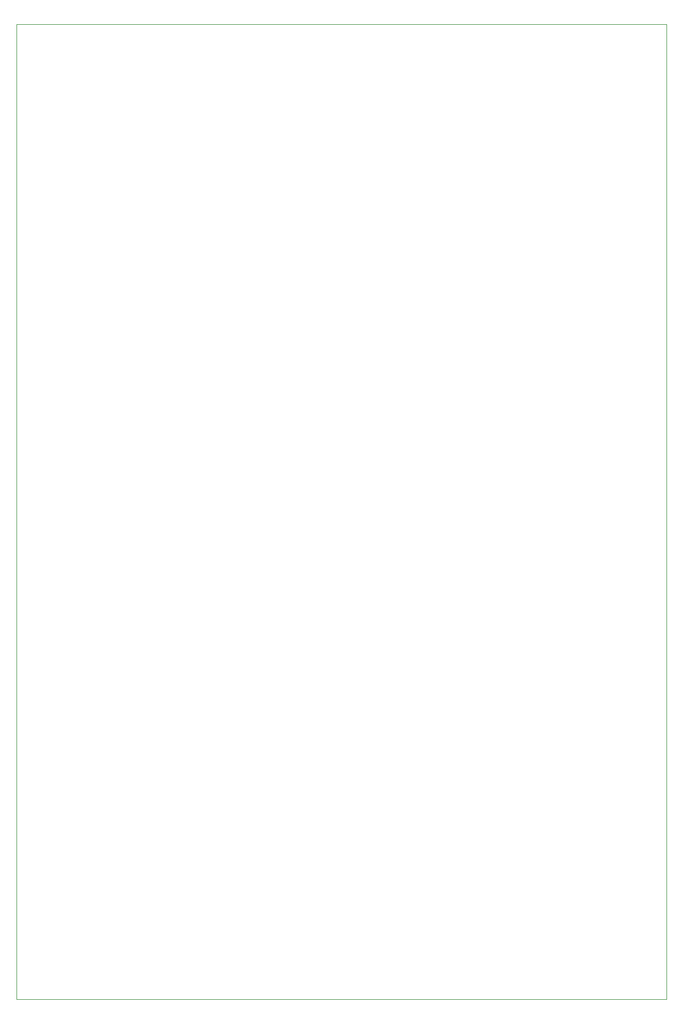
<source format=gm1>
G04 #@! TF.GenerationSoftware,KiCad,Pcbnew,8.0.4-8.0.4-0~ubuntu22.04.1*
G04 #@! TF.CreationDate,2024-09-04T15:26:38-06:00*
G04 #@! TF.ProjectId,modulargas,6d6f6475-6c61-4726-9761-732e6b696361,rev?*
G04 #@! TF.SameCoordinates,Original*
G04 #@! TF.FileFunction,Profile,NP*
%FSLAX46Y46*%
G04 Gerber Fmt 4.6, Leading zero omitted, Abs format (unit mm)*
G04 Created by KiCad (PCBNEW 8.0.4-8.0.4-0~ubuntu22.04.1) date 2024-09-04 15:26:38*
%MOMM*%
%LPD*%
G01*
G04 APERTURE LIST*
G04 #@! TA.AperFunction,Profile*
%ADD10C,0.050000*%
G04 #@! TD*
G04 APERTURE END LIST*
D10*
X66200000Y-35812500D02*
X166200000Y-35812500D01*
X166200000Y-185787500D01*
X66200000Y-185787500D01*
X66200000Y-35812500D01*
M02*

</source>
